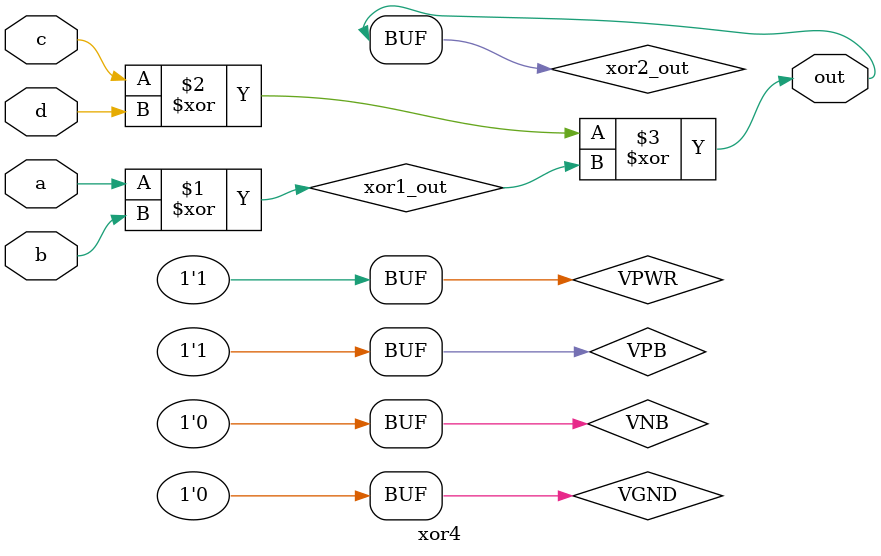
<source format=v>

module xor4 (
    out,
    a,
    b,
    c,
    d
);

    // Module ports
    output out;
    input a;
    input b;
    input c;
    input d;

    // Module supplies
    supply1 VPWR;
    supply0 VGND;
    supply1 VPB;
    supply0 VNB;

    // Local signals
    wire xor1_out;
    wire xor2_out;

    // 2-input XOR gate
    xor xor1 (xor1_out, a, b);

    // 3-input XOR gate
    xor xor2 (xor2_out, c, d, xor1_out);

    // Output assignment
    assign out = xor2_out;

endmodule
</source>
